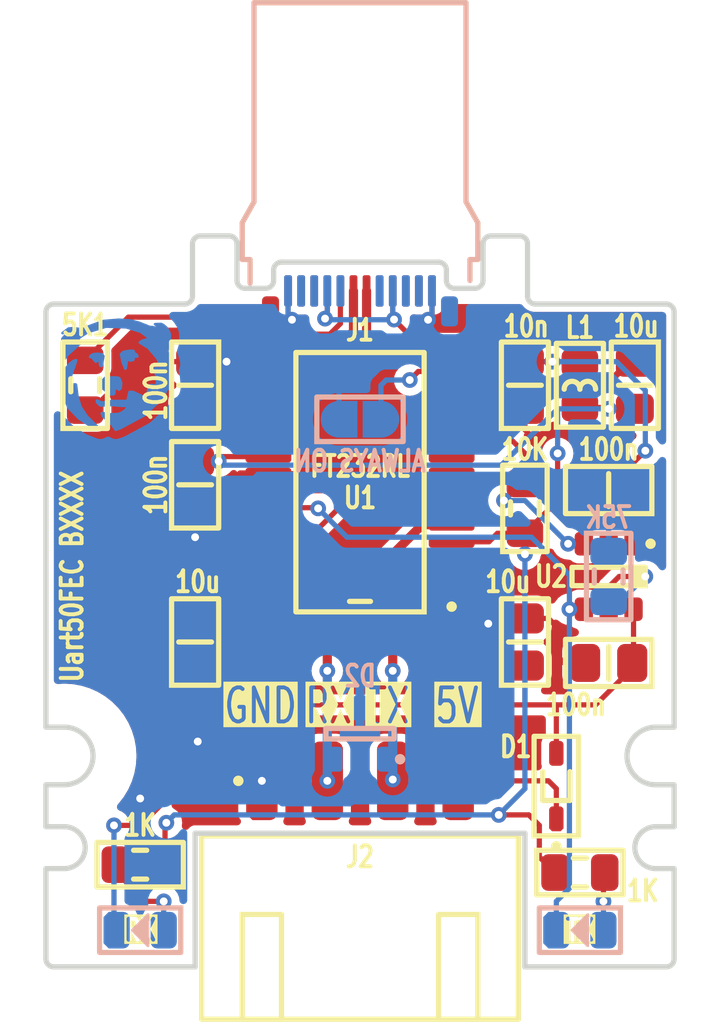
<source format=kicad_pcb>
(kicad_pcb (version 20240108) (generator "pcbnew") (generator_version "8.0")
  (layers (0 "F.Cu" signal) (31 "B.Cu" jumper) (34 "B.Paste" user) (35 "F.Paste" user) (36 "B.SilkS" user "B.Silkscreen") (37 "F.SilkS" user "F.Silkscreen") (38 "B.Mask" user) (39 "F.Mask" user) (44 "Edge.Cuts" user))
  (net 0 "")
  (net 1 "A_CC")
  (net 2 "TXD")
  (net 3 "5V")
  (net 4 "RXD")
  (net 5 "USB_DP")
  (net 6 "USB_DM")
  (net 7 "GND")
  (net 8 "LED_TXD'")
  (net 9 "LED_RXD'")
  (net 10 "PWREN#")
  (net 11 "LED_TX#")
  (net 12 "LED_RX#")
  (net 13 "ILIM")
  (net 14 "3V3_UART_USB")
  (net 15 "5V_USB")
  (net 16 "5V_OUT")
  (net 17 "5V_SWITCHED")
  (footprint "Medo64:R (0805)" (layer "F.Cu") (at 40.4 44.3)
    (property "Reference" "R2" (hide yes))
    (property "Value" "1K" (at 2.4 0.7 0) (layer "F.SilkS") (effects (font (size 0.8 0.6))))
    (pad "1" smd roundrect (at -0.95 0) (size 1.05 1.4) (layers "F.Cu" "F.Paste" "F.Mask") (net 3 "5V"))
    (pad "2" smd roundrect (at 0.95 0) (size 1.05 1.4) (layers "F.Cu" "F.Paste" "F.Mask") (net 8 "LED_TXD'"))
  )
  (footprint "Medo64:C (0805)" (layer "F.Cu") (at 41.5 29.7 180)
    (property "Reference" "C4" (hide yes))
    (property "Value" "100n" (at 0 1.55 180) (layer "F.SilkS") (effects (font (size 0.8 0.6) (thickness 0.15) (bold yes))))
    (pad "1" smd roundrect (at -0.9 0 180) (size 1.15 1.45) (layers "F.Cu" "F.Paste" "F.Mask") (net 15 "5V_USB"))
    (pad "2" smd roundrect (at 0.9 0 180) (size 1.15 1.45) (layers "F.Cu" "F.Paste" "F.Mask") (net 7 "GND"))
  )
  (footprint "Medo64:L (0805)" (layer "F.Cu") (at 40.4 25.7 90)
    (property "Reference" "L1" (at 2.2 0 180) (layer "F.SilkS") (effects (font (size 0.8 0.6))))
    (property "Value" "600R" (hide yes))
    (pad "1" smd roundrect (at -0.85 0 90) (size 1.05 1.4) (layers "F.Cu" "F.Paste" "F.Mask") (net 3 "5V"))
    (pad "2" smd roundrect (at 0.85 0 90) (size 1.05 1.4) (layers "F.Cu" "F.Paste" "F.Mask") (net 15 "5V_USB"))
  )
  (footprint "Medo64:J USB C 3.2 Edge (24w)" (layer "F.Cu") (at 32 22)
    (property "Reference" "J1" (at 0 1.6 0) (layer "F.SilkS") (effects (font (size 0.8 0.6))))
    (property "Value" "105444-0001" (hide yes))
    (pad "A1" smd roundrect (at -2.75 0.1) (size 0.3 1.2) (layers "F.Cu" "F.Paste" "F.Mask") (chamfer_ratio 0.2) (chamfer top_left bottom_left) (net 7 "GND"))
    (pad "A2" smd roundrect (at -2.25 0.1) (size 0.3 1.2) (layers "F.Cu" "F.Paste" "F.Mask"))
    (pad "A3" smd roundrect (at -1.75 0.1) (size 0.3 1.2) (layers "F.Cu" "F.Paste" "F.Mask"))
    (pad "A4" smd roundrect (at -1.25 0.1) (size 0.3 1.2) (layers "F.Cu" "F.Paste" "F.Mask") (net 15 "5V_USB"))
    (pad "A5" smd roundrect (at -0.75 0.1) (size 0.3 1.2) (layers "F.Cu" "F.Paste" "F.Mask") (net 1 "A_CC"))
    (pad "A6" smd roundrect (at -0.25 0.1) (size 0.3 1.2) (layers "F.Cu" "F.Paste" "F.Mask") (net 5 "USB_DP"))
    (pad "A7" smd roundrect (at 0.25 0.1) (size 0.3 1.2) (layers "F.Cu" "F.Paste" "F.Mask") (net 6 "USB_DM"))
    (pad "A8" smd roundrect (at 0.75 0.1) (size 0.3 1.2) (layers "F.Cu" "F.Paste" "F.Mask"))
    (pad "A9" smd roundrect (at 1.25 0.1) (size 0.3 1.2) (layers "F.Cu" "F.Paste" "F.Mask") (net 15 "5V_USB"))
    (pad "A10" smd roundrect (at 1.75 0.1) (size 0.3 1.2) (layers "F.Cu" "F.Paste" "F.Mask"))
    (pad "A11" smd roundrect (at 2.25 0.1) (size 0.3 1.2) (layers "F.Cu" "F.Paste" "F.Mask"))
    (pad "A12" smd roundrect (at 2.75 0.1) (size 0.3 1.2) (layers "F.Cu" "F.Paste" "F.Mask") (net 7 "GND"))
    (pad "B01" smd roundrect (at 2.75 0.1) (size 0.3 1.2) (layers "B.Cu" "B.Paste" "B.Mask") (chamfer_ratio 0.2) (chamfer top_right bottom_right) (net 7 "GND"))
    (pad "B02" smd roundrect (at 2.25 0.1) (size 0.3 1.2) (layers "B.Cu" "B.Paste" "B.Mask"))
    (pad "B03" smd roundrect (at 1.75 0.1) (size 0.3 1.2) (layers "B.Cu" "B.Paste" "B.Mask"))
    (pad "B04" smd roundrect (at 1.25 0.1) (size 0.3 1.2) (layers "B.Cu" "B.Paste" "B.Mask") (net 15 "5V_USB"))
    (pad "B05" smd roundrect (at 0.75 0.1) (size 0.3 1.2) (layers "B.Cu" "B.Paste" "B.Mask"))
    (pad "B08" smd roundrect (at -0.75 0.1) (size 0.3 1.2) (layers "B.Cu" "B.Paste" "B.Mask"))
    (pad "B09" smd roundrect (at -1.25 0.1) (size 0.3 1.2) (layers "B.Cu" "B.Paste" "B.Mask") (net 15 "5V_USB"))
    (pad "B10" smd roundrect (at -1.75 0.1) (size 0.3 1.2) (layers "B.Cu" "B.Paste" "B.Mask"))
    (pad "B11" smd roundrect (at -2.25 0.1) (size 0.3 1.2) (layers "B.Cu" "B.Paste" "B.Mask"))
    (pad "B12" smd roundrect (at -2.75 0.1) (size 0.3 1.2) (layers "B.Cu" "B.Paste" "B.Mask") (net 7 "GND"))
    (pad "S" smd roundrect (at -3.42 0.88) (size 0.65 1.15) (layers "F.Cu" "F.Paste" "F.Mask"))
    (pad "S" smd roundrect (at 3.42 0.88) (size 0.65 1.15) (layers "B.Cu" "B.Paste" "B.Mask"))
  )
  (footprint "Medo64:C (0805)" (layer "F.Cu") (at 38.3 25.7 90)
    (property "Reference" "C1" (hide yes))
    (property "Value" "10n" (at 2.25 0.05 180) (layer "F.SilkS") (effects (font (size 0.8 0.6) (thickness 0.15) (bold yes))))
    (pad "1" smd roundrect (at -0.9 0 90) (size 1.15 1.45) (layers "F.Cu" "F.Paste" "F.Mask") (net 7 "GND"))
    (pad "2" smd roundrect (at 0.9 0 90) (size 1.15 1.45) (layers "F.Cu" "F.Paste" "F.Mask") (net 15 "5V_USB"))
  )
  (footprint "Medo64:R (0805)" (layer "F.Cu") (at 38.3 30.4 90)
    (property "Reference" "R4" (hide yes))
    (property "Value" "10K" (at 2.25 0 0) (layer "F.SilkS") (effects (font (size 0.8 0.6))))
    (pad "1" smd roundrect (at -0.95 0 90) (size 1.05 1.4) (layers "F.Cu" "F.Paste" "F.Mask") (net 3 "5V"))
    (pad "2" smd roundrect (at 0.95 0 90) (size 1.05 1.4) (layers "F.Cu" "F.Paste" "F.Mask") (net 10 "PWREN#"))
  )
  (footprint "Medo64:C (0805)" (layer "F.Cu") (at 25.7 25.7 -90)
    (property "Reference" "C3" (hide yes))
    (property "Value" "100n" (at 0.2 1.5 90) (layer "F.SilkS") (effects (font (size 0.8 0.6) (thickness 0.15) (bold yes))))
    (pad "1" smd roundrect (at -0.9 0 270) (size 1.15 1.45) (layers "F.Cu" "F.Paste" "F.Mask") (net 7 "GND"))
    (pad "2" smd roundrect (at 0.9 0 270) (size 1.15 1.45) (layers "F.Cu" "F.Paste" "F.Mask") (net 14 "3V3_UART_USB"))
  )
  (footprint "Medo64:J JST XH Edge [UART] (4w)" (layer "F.Cu") (at 32 40.8)
    (property "Reference" "J2" (at 0 2.9 0) (layer "F.SilkS") (effects (font (size 0.8 0.6) (thickness 0.15) (bold yes))))
    (property "Value" "B4B-XH-A")
    (pad "1" smd roundrect (at -3.75 0) (size 1.2 3) (layers "F.Cu" "F.Paste" "F.Mask") (chamfer_ratio 0.2) (chamfer top_left bottom_left) (net 7 "GND"))
    (pad "2" smd roundrect (at -1.25 0) (size 1.2 3) (layers "F.Cu" "F.Paste" "F.Mask") (net 4 "RXD"))
    (pad "3" smd roundrect (at 1.25 0) (size 1.2 3) (layers "F.Cu" "F.Paste" "F.Mask") (net 2 "TXD"))
    (pad "4" smd roundrect (at 3.75 0) (size 1.2 3) (layers "F.Cu" "F.Paste" "F.Mask") (net 16 "5V_OUT"))
  )
  (footprint "Medo64:C (0805)" (layer "F.Cu") (at 25.7 35.5 90)
    (property "Reference" "C8" (hide yes))
    (property "Value" "10u" (at 2.3 0.1 0) (layer "F.SilkS") (effects (font (size 0.8 0.6) (thickness 0.15) (bold yes))))
    (pad "1" smd roundrect (at -0.9 0 90) (size 1.15 1.45) (layers "F.Cu" "F.Paste" "F.Mask") (net 17 "5V_SWITCHED"))
    (pad "2" smd roundrect (at 0.9 0 90) (size 1.15 1.45) (layers "F.Cu" "F.Paste" "F.Mask") (net 7 "GND"))
  )
  (footprint "Medo64:C (0805)" (layer "F.Cu") (at 25.7 29.5 90)
    (property "Reference" "C2" (hide yes))
    (property "Value" "100n" (at 0 -1.5 90) (layer "F.SilkS") (effects (font (size 0.8 0.6) (thickness 0.15) (bold yes))))
    (pad "1" smd roundrect (at -0.9 0 90) (size 1.15 1.45) (layers "F.Cu" "F.Paste" "F.Mask") (net 7 "GND"))
    (pad "2" smd roundrect (at 0.9 0 90) (size 1.15 1.45) (layers "F.Cu" "F.Paste" "F.Mask") (net 3 "5V"))
  )
  (footprint "Medo64:U Transceiver UART [FT232R] (SSOP-28)" (layer "F.Cu") (at 32 29.4 180)
    (property "Reference" "U1" (at 0 -0.6 180) (layer "F.SilkS") (effects (font (size 0.8 0.6))))
    (property "Value" "FT232RL" (at 0 0.6 0) (layer "F.SilkS") (effects (font (size 0.8 0.6))))
    (pad "1" smd roundrect (at -3.5 -4.225 180) (size 1.75 0.45) (layers "F.Cu" "F.Paste" "F.Mask") (chamfer_ratio 0.2) (chamfer top_left top_right) (net 2 "TXD"))
    (pad "2" smd roundrect (at -3.5 -3.575 180) (size 1.75 0.45) (layers "F.Cu" "F.Paste" "F.Mask"))
    (pad "3" smd roundrect (at -3.5 -2.925 180) (size 1.75 0.45) (layers "F.Cu" "F.Paste" "F.Mask"))
    (pad "4" smd roundrect (at -3.5 -2.275 180) (size 1.75 0.45) (layers "F.Cu" "F.Paste" "F.Mask") (net 3 "5V"))
    (pad "5" smd roundrect (at -3.5 -1.625 180) (size 1.75 0.45) (layers "F.Cu" "F.Paste" "F.Mask") (net 4 "RXD"))
    (pad "6" smd roundrect (at -3.5 -0.975 180) (size 1.75 0.45) (layers "F.Cu" "F.Paste" "F.Mask"))
    (pad "7" smd roundrect (at -3.5 -0.325 180) (size 1.75 0.45) (layers "F.Cu" "F.Paste" "F.Mask") (net 7 "GND"))
    (pad "8" smd roundrect (at -3.5 0.325 180) (size 1.75 0.45) (layers "F.Cu" "F.Paste" "F.Mask"))
    (pad "9" smd roundrect (at -3.5 0.975 180) (size 1.75 0.45) (layers "F.Cu" "F.Paste" "F.Mask"))
    (pad "10" smd roundrect (at -3.5 1.625 180) (size 1.75 0.45) (layers "F.Cu" "F.Paste" "F.Mask"))
    (pad "11" smd roundrect (at -3.5 2.275 180) (size 1.75 0.45) (layers "F.Cu" "F.Paste" "F.Mask"))
    (pad "12" smd roundrect (at -3.5 2.925 180) (size 1.75 0.45) (layers "F.Cu" "F.Paste" "F.Mask"))
    (pad "13" smd roundrect (at -3.5 3.575 180) (size 1.75 0.45) (layers "F.Cu" "F.Paste" "F.Mask"))
    (pad "14" smd roundrect (at -3.5 4.225 180) (size 1.75 0.45) (layers "F.Cu" "F.Paste" "F.Mask") (net 10 "PWREN#"))
    (pad "15" smd roundrect (at 3.5 4.225 180) (size 1.75 0.45) (layers "F.Cu" "F.Paste" "F.Mask") (net 5 "USB_DP"))
    (pad "16" smd roundrect (at 3.5 3.575 180) (size 1.75 0.45) (layers "F.Cu" "F.Paste" "F.Mask") (net 6 "USB_DM"))
    (pad "17" smd roundrect (at 3.5 2.925 180) (size 1.75 0.45) (layers "F.Cu" "F.Paste" "F.Mask") (net 14 "3V3_UART_USB"))
    (pad "18" smd roundrect (at 3.5 2.275 180) (size 1.75 0.45) (layers "F.Cu" "F.Paste" "F.Mask") (net 7 "GND"))
    (pad "19" smd roundrect (at 3.5 1.625 180) (size 1.75 0.45) (layers "F.Cu" "F.Paste" "F.Mask"))
    (pad "20" smd roundrect (at 3.5 0.975 180) (size 1.75 0.45) (layers "F.Cu" "F.Paste" "F.Mask") (net 3 "5V"))
    (pad "21" smd roundrect (at 3.5 0.325 180) (size 1.75 0.45) (layers "F.Cu" "F.Paste" "F.Mask") (net 7 "GND"))
    (pad "22" smd roundrect (at 3.5 -0.325 180) (size 1.75 0.45) (layers "F.Cu" "F.Paste" "F.Mask") (net 12 "LED_RX#"))
    (pad "23" smd roundrect (at 3.5 -0.975 180) (size 1.75 0.45) (layers "F.Cu" "F.Paste" "F.Mask") (net 11 "LED_TX#"))
    (pad "24" smd roundrect (at 3.5 -1.625 180) (size 1.75 0.45) (layers "F.Cu" "F.Paste" "F.Mask"))
    (pad "25" smd roundrect (at 3.5 -2.275 180) (size 1.75 0.45) (layers "F.Cu" "F.Paste" "F.Mask") (net 7 "GND"))
    (pad "26" smd roundrect (at 3.5 -2.925 180) (size 1.75 0.45) (layers "F.Cu" "F.Paste" "F.Mask") (net 7 "GND"))
    (pad "27" smd roundrect (at 3.5 -3.575 180) (size 1.75 0.45) (layers "F.Cu" "F.Paste" "F.Mask"))
    (pad "28" smd roundrect (at 3.5 -4.225 180) (size 1.75 0.45) (layers "F.Cu" "F.Paste" "F.Mask"))
  )
  (footprint "Medo64:D (SOD323)" (layer "F.Cu") (at 39.5 41 90)
    (property "Reference" "D1" (at 1.5 -1.55 0) (layer "F.SilkS") (effects (font (size 0.8 0.6) (thickness 0.15) (bold yes))))
    (property "Value" "CUS08F30" (hide yes))
    (pad "1" smd roundrect (at -1.25 0 90) (size 0.95 0.55) (layers "F.Cu" "F.Paste" "F.Mask") (chamfer_ratio 0.2) (chamfer top_left bottom_left) (net 16 "5V_OUT"))
    (pad "2" smd roundrect (at 1.25 0 90) (size 0.95 0.55) (layers "F.Cu" "F.Paste" "F.Mask") (net 17 "5V_SWITCHED"))
  )
  (footprint "Medo64:R (0805)" (layer "F.Cu") (at 21.5 25.7 90)
    (property "Reference" "R3" (hide yes))
    (property "Value" "5K1" (at 2.3 0 180) (layer "F.SilkS") (effects (font (size 0.8 0.6))))
    (pad "1" smd roundrect (at -0.95 0 90) (size 1.05 1.4) (layers "F.Cu" "F.Paste" "F.Mask") (net 7 "GND"))
    (pad "2" smd roundrect (at 0.95 0 90) (size 1.05 1.4) (layers "F.Cu" "F.Paste" "F.Mask") (net 1 "A_CC"))
  )
  (footprint "Medo64:C (0805)" (layer "F.Cu") (at 38.3 35.5 90)
    (property "Reference" "C7" (hide yes))
    (property "Value" "10u" (at 2.3 -0.65 0) (layer "F.SilkS") (effects (font (size 0.8 0.6) (thickness 0.15) (bold yes))))
    (pad "1" smd roundrect (at -0.9 0 90) (size 1.15 1.45) (layers "F.Cu" "F.Paste" "F.Mask") (net 17 "5V_SWITCHED"))
    (pad "2" smd roundrect (at 0.9 0 90) (size 1.15 1.45) (layers "F.Cu" "F.Paste" "F.Mask") (net 7 "GND"))
  )
  (footprint "Medo64:R (0805)" (layer "F.Cu") (at 23.6 44 180)
    (property "Reference" "R1" (hide yes))
    (property "Value" "1K" (at 0 1.5 0) (layer "F.SilkS") (effects (font (size 0.8 0.6))))
    (pad "1" smd roundrect (at -0.95 0 180) (size 1.05 1.4) (layers "F.Cu" "F.Paste" "F.Mask") (net 3 "5V"))
    (pad "2" smd roundrect (at 0.95 0 180) (size 1.05 1.4) (layers "F.Cu" "F.Paste" "F.Mask") (net 9 "LED_RXD'"))
  )
  (footprint "Medo64:C (0805)" (layer "F.Cu") (at 41.5 36.3 180)
    (property "Reference" "C5" (hide yes))
    (property "Value" "100n" (at 1.25 -1.6 180) (layer "F.SilkS") (effects (font (size 0.8 0.6) (thickness 0.15) (bold yes))))
    (pad "1" smd roundrect (at -0.9 0 180) (size 1.15 1.45) (layers "F.Cu" "F.Paste" "F.Mask") (net 17 "5V_SWITCHED"))
    (pad "2" smd roundrect (at 0.9 0 180) (size 1.15 1.45) (layers "F.Cu" "F.Paste" "F.Mask") (net 7 "GND"))
  )
  (footprint "Medo64:C (0805)" (layer "F.Cu") (at 42.5 25.7 -90)
    (property "Reference" "C6" (hide yes))
    (property "Value" "10u" (at -2.25 -0.05 180) (layer "F.SilkS") (effects (font (size 0.8 0.6) (thickness 0.15) (bold yes))))
    (pad "1" smd roundrect (at -0.9 0 270) (size 1.15 1.45) (layers "F.Cu" "F.Paste" "F.Mask") (net 7 "GND"))
    (pad "2" smd roundrect (at 0.9 0 270) (size 1.15 1.45) (layers "F.Cu" "F.Paste" "F.Mask") (net 3 "5V"))
  )
  (footprint "Medo64:U LoadSwitch Adjustable [AP22652W6-7] (SOT23-6)" (layer "F.Cu") (at 41.5 33 -90)
    (property "Reference" "U2" (at 0 2.2 0) (layer "F.SilkS") (effects (font (size 0.8 0.6))))
    (property "Value" "MIC2005A-1" (hide yes))
    (pad "1" smd roundrect (at -1.25 -0.95 270) (size 0.9 0.7) (layers "F.Cu" "F.Paste" "F.Mask") (chamfer_ratio 0.2) (chamfer top_left top_right) (net 15 "5V_USB"))
    (pad "2" smd roundrect (at -1.25 0 270) (size 0.9 0.7) (layers "F.Cu" "F.Paste" "F.Mask") (net 7 "GND"))
    (pad "3" smd roundrect (at -1.25 0.95 270) (size 0.9 0.7) (layers "F.Cu" "F.Paste" "F.Mask") (chamfer_ratio 0.2) (chamfer top_left top_right) (net 10 "PWREN#"))
    (pad "4" smd roundrect (at 1.25 0.95 270) (size 0.9 0.7) (layers "F.Cu" "F.Paste" "F.Mask") (net 11 "LED_TX#"))
    (pad "5" smd roundrect (at 1.25 0 270) (size 0.9 0.7) (layers "F.Cu" "F.Paste" "F.Mask") (net 13 "ILIM"))
    (pad "6" smd roundrect (at 1.25 -0.95 270) (size 0.9 0.7) (layers "F.Cu" "F.Paste" "F.Mask") (net 17 "5V_SWITCHED"))
  )
  (footprint "Medo64:D TVS 5V [SM05T1G] (SOT23-3)" (layer "B.Cu") (at 32 39 180)
    (property "Reference" "D2" (at 0 2.2 180) (layer "B.SilkS") (effects (font (size 0.8 0.6)) (justify mirror)))
    (property "Value" "SM05T1G" (hide yes))
    (pad "1" smd roundrect (at -0.95 -0.975 180) (size 0.56 0.95) (layers "B.Cu" "B.Paste" "B.Mask") (chamfer_ratio 0.2) (chamfer top_left bottom_left) (net 2 "TXD"))
    (pad "2" smd roundrect (at 0.95 -0.975 180) (size 0.56 0.95) (layers "B.Cu" "B.Paste" "B.Mask") (net 4 "RXD"))
    (pad "3" smd roundrect (at 0 0.975 180) (size 0.56 0.95) (layers "B.Cu" "B.Paste" "B.Mask") (net 7 "GND"))
  )
  (footprint "Medo64:DS (0805)" (layer "B.Cu") (at 40.4 46.5)
    (property "Reference" "DS2" (hide yes))
    (property "Value" "TX" (at 0 0 0) (layer "F.SilkS" knockout) (effects (font (size 0.8 0.6) (thickness 0.15) (bold yes))))
    (pad "1" smd roundrect (at -0.9 0) (size 1 1.4) (layers "B.Cu" "B.Paste" "B.Mask") (chamfer_ratio 0.2) (chamfer top_left bottom_left) (net 11 "LED_TX#"))
    (pad "2" smd roundrect (at 0.9 0) (size 1 1.4) (layers "B.Cu" "B.Paste" "B.Mask") (net 8 "LED_TXD'"))
  )
  (footprint "Medo64:ICON Medo64" (layer "B.Cu") (at 22.7 25.3 180)
    (property "Reference" "ICON" (hide yes))
    (property "Value" "Medo64" (hide yes))
    (fp_poly (pts (xy 0.569 0.353) (xy 0.506 0.707) (xy 0.554 0.778) (xy 0.719 0.8) (xy 0.885 0.786) (xy 0.979 0.733) (xy 1.012 0.682) (xy 0.902 0.659) (xy 0.892 0.612) (xy 0.793 0.5) (xy 0.659 0.583) (xy 0.647 0.581) (xy 0.632 0.391) (xy 0.622 0.353) (xy 0.592 0.334)) (stroke (width 0.1)) (fill solid) (layer "B.Cu"))
    (fp_poly (pts (xy -0.347 0.253) (xy -0.412 0.648) (xy -0.502 0.544) (xy -0.626 0.56) (xy -0.646 0.595) (xy -0.654 0.695) (xy -0.79 0.696) (xy -0.777 0.752) (xy -0.709 0.806) (xy -0.594 0.838) (xy -0.594 0.861) (xy -0.645 0.874) (xy -0.654 0.893) (xy -0.626 0.915) (xy -0.491 0.913) (xy -0.267 0.874) (xy -0.168 0.787) (xy -0.23 0.486) (xy -0.331 0.233) (xy -0.339 0.24)) (stroke (width 0.1)) (fill solid) (layer "B.Cu"))
    (fp_poly (pts (xy 0.115 -0.742) (xy 0.0899 -0.706) (xy 0.0781 -0.566) (xy 0.0622 -0.52) (xy 0.00798 -0.502) (xy -0.097 -0.566) (xy -0.155 -0.508) (xy -0.174 -0.31) (xy -0.101 -0.133) (xy -0.0361 -0.108) (xy 0.168 -0.103) (xy 0.347 -0.109) (xy 0.44 -0.12) (xy 0.515 -0.205) (xy 0.54 -0.36) (xy 0.533 -0.466) (xy 0.5 -0.535) (xy 0.431 -0.596) (xy 0.384 -0.562) (xy 0.365 -0.53) (xy 0.342 -0.512) (xy 0.286 -0.53) (xy 0.257 -0.652) (xy 0.212 -0.749)) (stroke (width 0.1)) (fill solid) (layer "B.Cu"))
    (fp_poly (pts (xy 1.137 -1.588) (xy 1.377 -1.227) (xy 1.493 -0.853) (xy 1.544 -0.455) (xy 1.551 -0.378) (xy 1.595 -0.367) (xy 1.649 -0.379) (xy 1.781 -0.45) (xy 1.801 -0.39) (xy 1.761 -0.0848) (xy 1.586 0.417) (xy 1.555 0.511) (xy 1.55 0.558) (xy 1.648 0.527) (xy 1.79 0.423) (xy 1.958 0.207) (xy 2.045 -0.013) (xy 2.05 -0.076) (xy 1.964 -0.0819) (xy 1.999 -0.548) (xy 1.973 -0.89) (xy 1.846 -1.245) (xy 1.444 -1.662) (xy 1.007 -1.949) (xy 0.62 -2.1)) (stroke (width 0.1)) (fill solid) (layer "B.Cu"))
    (fp_poly (pts (xy -0.162 -2.027) (xy -1.067 -1.539) (xy -1.715 -0.923) (xy -1.847 -0.71) (xy -1.921 -0.519) (xy -2.079 -0.567) (xy -2.095 -0.469) (xy -2.062 -0.0937) (xy -1.952 0.314) (xy -1.982 0.367) (xy -2.06 0.354) (xy -2.077 0.422) (xy -1.93 0.912) (xy -2.032 1.227) (xy -2.034 1.544) (xy -1.998 1.647) (xy -1.903 1.796) (xy -1.782 1.9) (xy -1.695 1.941) (xy -1.468 1.93) (xy -1.663 1.801) (xy -1.722 1.753) (xy -1.784 1.659) (xy -1.735 1.66) (xy -1.576 1.778) (xy -1.371 1.817) (xy -1.254 1.827) (xy -1.134 1.877) (xy -0.852 1.987) (xy -0.528 2.073) (xy -0.0731 2.1) (xy 0.509 2.05) (xy 1.073 1.842) (xy 1.317 1.73) (xy 1.649 1.779) (xy 1.837 1.763) (xy 2.065 1.59) (xy 1.802 1.633) (xy 1.67 1.615) (xy 1.959 1.505) (xy 2.067 1.378) (xy 2.085 1.212) (xy 2.009 0.915) (xy 2.099 0.563) (xy 2.055 0.501) (xy 1.891 0.746) (xy 1.396 1.198) (xy 1.522 1.254) (xy 1.413 1.428) (xy 1.101 1.627) (xy 0.403 1.839) (xy -0.366 1.813) (xy -0.919 1.642) (xy -1.209 1.43) (xy -1.227 1.366) (xy -0.981 1.3) (xy -0.886 1.23) (xy -1.21 1.035) (xy -1.558 0.628) (xy -1.682 0.293) (xy -1.663 0.238) (xy -1.492 0.262) (xy -1.468 0.242) (xy -1.547 -0.268) (xy -1.529 -0.375) (xy -1.464 -0.408) (xy -1.339 -0.39) (xy -1.231 -0.419) (xy -1.16 -0.905) (xy -0.625 -0.656) (xy -0.494 -0.655) (xy -0.414 -1.002) (xy 0.18 -1.002) (xy 0.561 -1.064) (xy 0.751 -0.985) (xy 0.746 -1.053) (xy 0.624 -1.17) (xy 0.142 -1.154) (xy -0.23 -1.188) (xy -0.449 -1.178) (xy -0.342 -1.347) (xy -0.189 -1.45) (xy -0.0588 -1.5) (xy 0.291 -1.511) (xy 0.537 -1.463) (xy 0.568 -1.475) (xy 0.523 -1.584) (xy 0.188 -1.888) (xy 0.0332 -2.1)) (stroke (width 0.1)) (fill solid) (layer "B.Cu"))
  )
  (footprint "Medo64:DS (0805)" (layer "B.Cu") (at 23.6 46.5)
    (property "Reference" "DS1" (hide yes))
    (property "Value" "RX" (at 0 0 0) (layer "F.SilkS" knockout) (effects (font (size 0.8 0.6) (thickness 0.15) (bold yes))))
    (pad "1" smd roundrect (at -0.9 0) (size 1 1.4) (layers "B.Cu" "B.Paste" "B.Mask") (chamfer_ratio 0.2) (chamfer top_left bottom_left) (net 12 "LED_RX#"))
    (pad "2" smd roundrect (at 0.9 0) (size 1 1.4) (layers "B.Cu" "B.Paste" "B.Mask") (net 9 "LED_RXD'"))
  )
  (footprint "Medo64:JP (0805)" (layer "B.Cu") (at 32 27 180)
    (property "Reference" "JP1" (hide yes))
    (property "Value" "ALWAYS ON" (at 0 -1.6 180) (layer "B.SilkS") (effects (font (size 0.8 0.6) (thickness 0.15) (bold yes)) (justify mirror)))
    (pad "1" smd roundrect (at -0.8 0 180) (size 1.4 1.4) (layers "B.Cu" "B.Mask") (roundrect_rratio 0.5) (chamfer_ratio 0) (chamfer top_right bottom_right) (net 10 "PWREN#"))
    (pad "2" smd roundrect (at 0.8 0 180) (size 1.4 1.4) (layers "B.Cu" "B.Mask") (roundrect_rratio 0.5) (chamfer_ratio 0) (chamfer top_left bottom_left) (net 7 "GND"))
  )
  (footprint "Medo64:R (0805)" (layer "B.Cu") (at 41.5 33 90)
    (property "Reference" "R5" (hide yes))
    (property "Value" "75K" (at 2.25 0 0) (layer "B.SilkS") (effects (font (size 0.8 0.6)) (justify mirror)))
    (pad "1" smd roundrect (at -0.95 0 90) (size 1.05 1.4) (layers "B.Cu" "B.Paste" "B.Mask") (net 13 "ILIM"))
    (pad "2" smd roundrect (at 0.95 0 90) (size 1.05 1.4) (layers "B.Cu" "B.Paste" "B.Mask") (net 7 "GND"))
  )
  (gr_line (start 38.4 20.3) (end 38.4 22.3) (stroke (width 0.2)) (layer "Edge.Cuts"))
  (gr_arc (start 25.6 22.3) (mid 25.512132 22.512132) (end 25.3 22.6) (stroke (width 0.2)) (layer "Edge.Cuts"))
  (gr_arc (start 43.3 40.95) (mid 42.2 39.85) (end 43.3 38.75) (stroke (width 0.2)) (layer "Edge.Cuts"))
  (gr_line (start 38.3 47.9) (end 43.7 47.9) (stroke (width 0.2)) (layer "Edge.Cuts"))
  (gr_line (start 20.7 40.95) (end 20 40.95) (stroke (width 0.2)) (layer "Edge.Cuts"))
  (gr_line (start 43.3 40.95) (end 44 40.95) (stroke (width 0.2)) (layer "Edge.Cuts"))
  (gr_line (start 44 44.15) (end 43.3 44.15) (stroke (width 0.2)) (layer "Edge.Cuts"))
  (gr_arc (start 35 21) (mid 35.212132 21.087868) (end 35.3 21.3) (stroke (width 0.2)) (layer "Edge.Cuts"))
  (gr_arc (start 28.7 21.3) (mid 28.787868 21.087868) (end 29 21) (stroke (width 0.2)) (layer "Edge.Cuts"))
  (gr_line (start 38.1 20) (end 37 20) (stroke (width 0.2)) (layer "Edge.Cuts"))
  (gr_arc (start 28.7 21.7) (mid 28.612132 21.912132) (end 28.4 22) (stroke (width 0.2)) (layer "Edge.Cuts"))
  (gr_arc (start 27 20) (mid 27.212132 20.087868) (end 27.3 20.3) (stroke (width 0.2)) (layer "Edge.Cuts"))
  (gr_arc (start 43.7 22.6) (mid 43.912132 22.687868) (end 44 22.9) (stroke (width 0.2)) (layer "Edge.Cuts"))
  (gr_line (start 20 44.15) (end 20 47.6) (stroke (width 0.2)) (layer "Edge.Cuts"))
  (gr_line (start 20 38.75) (end 20.7 38.75) (stroke (width 0.2)) (layer "Edge.Cuts"))
  (gr_line (start 44 42.55) (end 43.3 42.55) (stroke (width 0.2)) (layer "Edge.Cuts"))
  (gr_arc (start 38.7 22.6) (mid 38.487868 22.512132) (end 38.4 22.3) (stroke (width 0.2)) (layer "Edge.Cuts"))
  (gr_line (start 44 42.55) (end 44 40.95) (stroke (width 0.2)) (layer "Edge.Cuts"))
  (gr_line (start 28.4 22) (end 27.6 22) (stroke (width 0.2)) (layer "Edge.Cuts"))
  (gr_line (start 43.7 22.6) (end 38.7 22.6) (stroke (width 0.2)) (layer "Edge.Cuts"))
  (gr_line (start 20.3 22.6) (end 25.3 22.6) (stroke (width 0.2)) (layer "Edge.Cuts"))
  (gr_arc (start 38.1 20) (mid 38.312132 20.087868) (end 38.4 20.3) (stroke (width 0.2)) (layer "Edge.Cuts"))
  (gr_arc (start 35.6 22) (mid 35.387868 21.912132) (end 35.3 21.7) (stroke (width 0.2)) (layer "Edge.Cuts"))
  (gr_line (start 35.3 21.7) (end 35.3 21.3) (stroke (width 0.2)) (layer "Edge.Cuts"))
  (gr_line (start 27.3 20.3) (end 27.3 21.7) (stroke (width 0.2)) (layer "Edge.Cuts"))
  (gr_arc (start 20 22.9) (mid 20.087868 22.687868) (end 20.3 22.6) (stroke (width 0.2)) (layer "Edge.Cuts"))
  (gr_arc (start 36.7 20.3) (mid 36.787868 20.087868) (end 37 20) (stroke (width 0.2)) (layer "Edge.Cuts"))
  (gr_arc (start 20.7 42.55) (mid 21.5 43.35) (end 20.7 44.15) (stroke (width 0.2)) (layer "Edge.Cuts"))
  (gr_arc (start 27.6 22) (mid 27.387868 21.912132) (end 27.3 21.7) (stroke (width 0.2)) (layer "Edge.Cuts"))
  (gr_line (start 36.7 20.3) (end 36.7 21.7) (stroke (width 0.2)) (layer "Edge.Cuts"))
  (gr_arc (start 44 47.6) (mid 43.912132 47.812132) (end 43.7 47.9) (stroke (width 0.2)) (layer "Edge.Cuts"))
  (gr_line (start 36.4 22) (end 35.6 22) (stroke (width 0.2)) (layer "Edge.Cuts"))
  (gr_line (start 44 22.9) (end 44 38.75) (stroke (width 0.2)) (layer "Edge.Cuts"))
  (gr_line (start 43.3 38.75) (end 44 38.75) (stroke (width 0.2)) (layer "Edge.Cuts"))
  (gr_line (start 28.7 21.7) (end 28.7 21.3) (stroke (width 0.2)) (layer "Edge.Cuts"))
  (gr_arc (start 20.7 38.75) (mid 21.8 39.85) (end 20.7 40.95) (stroke (width 0.2)) (layer "Edge.Cuts"))
  (gr_arc (start 43.3 44.15) (mid 42.5 43.35) (end 43.3 42.55) (stroke (width 0.2)) (layer "Edge.Cuts"))
  (gr_line (start 25.9 20) (end 27 20) (stroke (width 0.2)) (layer "Edge.Cuts"))
  (gr_line (start 25.6 20.3) (end 25.6 22.3) (stroke (width 0.2)) (layer "Edge.Cuts"))
  (gr_line (start 44 44.15) (end 44 47.6) (stroke (width 0.2)) (layer "Edge.Cuts"))
  (gr_line (start 20 22.9) (end 20 38.75) (stroke (width 0.2)) (layer "Edge.Cuts"))
  (gr_line (start 20.7 44.15) (end 20 44.15) (stroke (width 0.2)) (layer "Edge.Cuts"))
  (gr_line (start 38.3 42.8) (end 25.7 42.8) (stroke (width 0.2)) (layer "Edge.Cuts"))
  (gr_arc (start 25.6 20.3) (mid 25.687868 20.087868) (end 25.9 20) (stroke (width 0.2)) (layer "Edge.Cuts"))
  (gr_arc (start 36.7 21.7) (mid 36.612132 21.912132) (end 36.4 22) (stroke (width 0.2)) (layer "Edge.Cuts"))
  (gr_line (start 29 21) (end 35 21) (stroke (width 0.2)) (layer "Edge.Cuts"))
  (gr_line (start 25.7 47.9) (end 25.7 42.8) (stroke (width 0.2)) (layer "Edge.Cuts"))
  (gr_line (start 20.7 42.55) (end 20 42.55) (stroke (width 0.2)) (layer "Edge.Cuts"))
  (gr_line (start 20 42.55) (end 20 40.95) (stroke (width 0.2)) (layer "Edge.Cuts"))
  (gr_line (start 20.3 47.9) (end 25.7 47.9) (stroke (width 0.2)) (layer "Edge.Cuts"))
  (gr_line (start 38.3 47.9) (end 38.3 42.8) (stroke (width 0.2)) (layer "Edge.Cuts"))
  (gr_arc (start 20.3 47.9) (mid 20.087868 47.812132) (end 20 47.6) (stroke (width 0.2)) (layer "Edge.Cuts"))
  (gr_text "RX" (at 30.8 38.7 0) (layer "F.SilkS" knockout) (effects (font (size 1.3 0.9) (thickness 0.15) (bold yes)) (justify bottom)))
  (gr_text "GND" (at 28.2 38.7 0) (layer "F.SilkS" knockout) (effects (font (size 1.3 0.9) (thickness 0.15) (bold yes)) (justify bottom)))
  (gr_text "TX" (at 33.1 38.7 0) (layer "F.SilkS" knockout) (effects (font (size 1.3 0.9) (thickness 0.15) (bold yes)) (justify bottom)))
  (gr_text "Uart50FEC BXXXX" (at 21 33 90) (layer "F.SilkS") (effects (font (size 0.8 0.6) (thickness 0.15) (bold yes))))
  (gr_text "5V" (at 35.7 38.7 0) (layer "F.SilkS" knockout) (effects (font (size 1.3 0.9) (thickness 0.15) (bold yes)) (justify bottom)))
  (segment (start 31.25 22.1) (end 31.25 23.34792) (width 0.2) (layer "F.Cu") (net 1))
  (segment (start 23.15 23.1) (end 21.5 24.75) (width 0.2) (layer "F.Cu") (net 1))
  (segment (start 27.623959 23.1) (end 23.15 23.1) (width 0.2) (layer "F.Cu") (net 1))
  (segment (start 31.25 23.34792) (end 30.84792 23.75) (width 0.2) (layer "F.Cu") (net 1))
  (segment (start 28.273959 23.75) (end 27.623959 23.1) (width 0.2) (layer "F.Cu") (net 1))
  (segment (start 30.84792 23.75) (end 28.273959 23.75) (width 0.2) (layer "F.Cu") (net 1))
  (segment (start 34.225 33.625) (end 33.25 34.6) (width 0.35) (layer "F.Cu") (net 2))
  (segment (start 35.5 33.625) (end 34.225 33.625) (width 0.35) (layer "F.Cu") (net 2))
  (segment (start 33.25 34.6) (end 33.25 36.6) (width 0.35) (layer "F.Cu") (net 2))
  (via (at 33.25 36.6) (size 0.6) (drill 0.3) (layers "F.Cu" "B.Cu") (net 2))
  (via (at 33.25 40.75) (size 0.6) (drill 0.3) (layers "F.Cu" "B.Cu") (net 2))
  (segment (start 33.25 39.95) (end 33.25 36.65) (width 0.35) (layer "B.Cu") (net 2))
  (segment (start 33.25 36.65) (end 33.2 36.6) (width 0.35) (layer "B.Cu") (net 2))
  (segment (start 33.25 39.95) (end 32.975 39.95) (width 0.35) (layer "B.Cu") (net 2))
  (segment (start 33.25 39.95) (end 33.25 40.75) (width 0.35) (layer "B.Cu") (net 2))
  (segment (start 38.85 43.7) (end 38.85 42.5) (width 0.2) (layer "F.Cu") (net 3))
  (segment (start 24.55 44) (end 24.55 42.449998) (width 0.2) (layer "F.Cu") (net 3))
  (segment (start 37.25 31.35) (end 38.3 31.35) (width 0.2) (layer "F.Cu") (net 3))
  (segment (start 36.925 31.675) (end 37.25 31.35) (width 0.2) (layer "F.Cu") (net 3))
  (segment (start 40.4 26.55) (end 41.449994 26.55) (width 0.2) (layer "F.Cu") (net 3))
  (segment (start 25.7 28.6) (end 26.599996 28.6) (width 0.2) (layer "F.Cu") (net 3))
  (segment (start 39.55 30.1) (end 39.55 28.300004) (width 0.2) (layer "F.Cu") (net 3))
  (segment (start 38.85 42.5) (end 38.45 42.1) (width 0.2) (layer "F.Cu") (net 3))
  (segment (start 26.774996 28.425) (end 26.599996 28.6) (width 0.2) (layer "F.Cu") (net 3))
  (segment (start 24.55 42.449998) (end 24.599998 42.4) (width 0.2) (layer "F.Cu") (net 3))
  (segment (start 35.5 31.675) (end 36.925 31.675) (width 0.2) (layer "F.Cu") (net 3))
  (segment (start 38.45 42.1) (end 37.3 42.1) (width 0.2) (layer "F.Cu") (net 3))
  (segment (start 38.3 31.35) (end 38.3 32.15) (width 0.2) (layer "F.Cu") (net 3))
  (segment (start 42.5 26.6) (end 41.499994 26.6) (width 0.2) (layer "F.Cu") (net 3))
  (segment (start 39.2 44.05) (end 38.85 43.7) (width 0.2) (layer "F.Cu") (net 3))
  (segment (start 28.5 28.425) (end 26.774996 28.425) (width 0.2) (layer "F.Cu") (net 3))
  (segment (start 38.3 31.35) (end 39.55 30.1) (width 0.2) (layer "F.Cu") (net 3))
  (segment (start 41.449994 26.55) (end 41.499994 26.6) (width 0.2) (layer "F.Cu") (net 3))
  (via (at 26.599996 28.6) (size 0.6) (drill 0.3) (layers "F.Cu" "B.Cu") (net 3))
  (via (at 41.499994 26.6) (size 0.6) (drill 0.3) (layers "F.Cu" "B.Cu") (net 3))
  (via (at 24.599998 42.4) (size 0.6) (drill 0.3) (layers "F.Cu" "B.Cu") (net 3))
  (via (at 37.3 42.1) (size 0.6) (drill 0.3) (layers "F.Cu" "B.Cu") (net 3))
  (via (at 39.55 28.300004) (size 0.6) (drill 0.3) (layers "F.Cu" "B.Cu") (net 3))
  (via (at 38.3 32.15) (size 0.6) (drill 0.3) (layers "F.Cu" "B.Cu") (net 3))
  (segment (start 38.3 41.1) (end 37.3 42.1) (width 0.2) (layer "B.Cu") (net 3))
  (segment (start 37.4 28.75) (end 26.8 28.75) (width 0.2) (layer "B.Cu") (net 3))
  (segment (start 26.8 28.75) (end 26.65 28.6) (width 0.2) (layer "B.Cu") (net 3))
  (segment (start 39.55 26.6) (end 41.499994 26.6) (width 0.2) (layer "B.Cu") (net 3))
  (segment (start 39.55 26.6) (end 37.4 28.75) (width 0.2) (layer "B.Cu") (net 3))
  (segment (start 24.899998 42.1) (end 37.3 42.1) (width 0.2) (layer "B.Cu") (net 3))
  (segment (start 39.55 26.6) (end 39.55 28.300004) (width 0.2) (layer "B.Cu") (net 3))
  (segment (start 38.3 32.15) (end 38.3 41.1) (width 0.2) (layer "B.Cu") (net 3))
  (segment (start 24.599998 42.4) (end 24.899998 42.1) (width 0.2) (layer "B.Cu") (net 3))
  (segment (start 26.65 28.6) (end 26.599996 28.6) (width 0.2) (layer "B.Cu") (net 3))
  (segment (start 35.5 31.025) (end 34.375 31.025) (width 0.35) (layer "F.Cu") (net 4))
  (segment (start 34.375 31.025) (end 30.75004 34.64996) (width 0.35) (layer "F.Cu") (net 4))
  (segment (start 30.75004 34.64996) (end 30.75004 36.6) (width 0.35) (layer "F.Cu") (net 4))
  (via (at 30.75004 36.6) (size 0.6) (drill 0.3) (layers "F.Cu" "B.Cu") (net 4))
  (via (at 30.75002 40.79999) (size 0.6) (drill 0.3) (layers "F.Cu" "B.Cu") (net 4))
  (segment (start 30.75002 36.60002) (end 30.75004 36.6) (width 0.35) (layer "B.Cu") (net 4))
  (segment (start 30.75002 40.79999) (end 30.75002 36.60002) (width 0.35) (layer "B.Cu") (net 4))
  (segment (start 30.22448 25.175) (end 31.75 23.64948) (width 0.35) (layer "F.Cu") (net 5))
  (segment (start 31.75 23.64948) (end 31.75 22.1) (width 0.35) (layer "F.Cu") (net 5))
  (segment (start 28.5 25.175) (end 30.22448 25.175) (width 0.35) (layer "F.Cu") (net 5))
  (segment (start 30.281587 25.825) (end 28.5 25.825) (width 0.35) (layer "F.Cu") (net 6))
  (segment (start 32.25 22.1) (end 32.25 23.856587) (width 0.35) (layer "F.Cu") (net 6))
  (segment (start 32.25 23.856587) (end 30.281587 25.825) (width 0.35) (layer "F.Cu") (net 6))
  (segment (start 33.1 29.025) (end 33.1 24.9) (width 0.2) (layer "F.Cu") (net 7))
  (segment (start 27.125 32.325) (end 27 32.2) (width 0.25) (layer "F.Cu") (net 7))
  (segment (start 38.7 33) (end 41.2 33) (width 0.2) (layer "F.Cu") (net 7))
  (segment (start 38.3 33.4) (end 38.7 33) (width 0.2) (layer "F.Cu") (net 7))
  (segment (start 27 30.4) (end 27 29.5) (width 0.25) (layer "F.Cu") (net 7))
  (segment (start 34.75 22.1) (end 34.75 23.05) (width 0.2) (layer "F.Cu") (net 7))
  (segment (start 25.7 34.6) (end 25.7 31.5) (width 0.2) (layer "F.Cu") (net 7))
  (segment (start 27.075 31.675) (end 27 31.6) (width 0.25) (layer "F.Cu") (net 7))
  (segment (start 40.6 36.3) (end 39.8 36.3) (width 0.2) (layer "F.Cu") (net 7))
  (segment (start 40.6 29.7) (end 40.6 28.1) (width 0.2) (layer "F.Cu") (net 7))
  (segment (start 28.525 29.1) (end 29.925 29.1) (width 0.25) (layer "F.Cu") (net 7))
  (segment (start 39.8 36.3) (end 39.5 36) (width 0.2) (layer "F.Cu") (net 7))
  (segment (start 25.7 30.4) (end 27 30.4) (width 0.25) (layer "F.Cu") (net 7))
  (segment (start 26.9 24.8) (end 25.7 24.8) (width 0.2) (layer "F.Cu") (net 7))
  (segment (start 39.2 25.7) (end 38.3 26.6) (width 0.25) (layer "F.Cu") (net 7))
  (segment (start 27.425 29.075) (end 28.5 29.075) (width 0.25) (layer "F.Cu") (net 7))
  (segment (start 30 27.4) (end 30 29.025) (width 0.25) (layer "F.Cu") (net 7))
  (segment (start 38.3 27.4) (end 38.3 26.6) (width 0.2) (layer "F.Cu") (net 7))
  (segment (start 34.9 23.5) (end 41.2 23.5) (width 0.25) (layer "F.Cu") (net 7))
  (segment (start 25.7 31.5) (end 25.7 30.4) (width 0.25) (layer "F.Cu") (net 7))
  (segment (start 38.3 34.6) (end 38.3 33.4) (width 0.2) (layer "F.Cu") (net 7))
  (segment (start 29.925 29.1) (end 33 29.1) (width 0.25) (layer "F.Cu") (net 7))
  (segment (start 34.75 22.95697) (end 34.75 22.1) (width 0.2) (layer "F.Cu") (net 7))
  (segment (start 27 32.2) (end 27 31.6) (width 0.25) (layer "F.Cu") (net 7))
  (segment (start 28.5 31.675) (end 27.075 31.675) (width 0.25) (layer "F.Cu") (net 7))
  (segment (start 41.2 23.5) (end 42.5 24.8) (width 0.25) (layer "F.Cu") (net 7))
  (segment (start 36.95 24.6) (end 37.15 24.8) (width 0.2) (layer "F.Cu") (net 7))
  (segment (start 42.3 24.8) (end 41.4 25.7) (width 0.25) (layer "F.Cu") (net 7))
  (segment (start 41.5 32.7) (end 41.5 31.75) (width 0.2) (layer "F.Cu") (net 7))
  (segment (start 33.8 29.725) (end 33.1 29.025) (width 0.2) (layer "F.Cu") (net 7))
  (segment (start 35.5 29.725) (end 33.8 29.725) (width 0.2) (layer "F.Cu") (net 7))
  (segment (start 41.5 30.6) (end 40.6 29.7) (width 0.2) (layer "F.Cu") (net 7))
  (segment (start 29.25 23.05) (end 29.4 23.2) (width 0.2) (layer "F.Cu") (net 7))
  (segment (start 33.4 24.6) (end 36.95 24.6) (width 0.2) (layer "F.Cu") (net 7))
  (segment (start 37.15 24.8) (end 37.15 25.55) (width 0.2) (layer "F.Cu") (net 7))
  (segment (start 30 29.025) (end 29.925 29.1) (width 0.25) (layer "F.Cu") (net 7))
  (segment (start 29.725 27.125) (end 30 27.4) (width 0.25) (layer "F.Cu") (net 7))
  (segment (start 27 29.5) (end 27.425 29.075) (width 0.25) (layer "F.Cu") (net 7))
  (segment (start 33.1 24.9) (end 33.4 24.6) (width 0.2) (layer "F.Cu") (net 7))
  (segment (start 34.75 23.05) (end 34.6 23.2) (width 0.2) (layer "F.Cu") (net 7))
  (segment (start 23.6 24.8) (end 25.7 24.8) (width 0.2) (layer "F.Cu") (net 7))
  (segment (start 34.6 23.2) (end 34.9 23.5) (width 0.25) (layer "F.Cu") (net 7))
  (segment (start 29.25 22.1) (end 29.25 23.05) (width 0.2) (layer "F.Cu") (net 7))
  (segment (start 34.50697 23.2) (end 34.75 22.95697) (width 0.2) (layer "F.Cu") (net 7))
  (segment (start 27 30.4) (end 27 31.6) (width 0.25) (layer "F.Cu") (net 7))
  (segment (start 39.2 34.6) (end 38.3 34.6) (width 0.2) (layer "F.Cu") (net 7))
  (segment (start 39.5 36) (end 39.5 34.9) (width 0.2) (layer "F.Cu") (net 7))
  (segment (start 41.5 31.75) (end 41.5 30.6) (width 0.2) (layer "F.Cu") (net 7))
  (segment (start 28.6 27.125) (end 29.725 27.125) (width 0.25) (layer "F.Cu") (net 7))
  (segment (start 21.75 26.65) (end 23.6 24.8) (width 0.2) (layer "F.Cu") (net 7))
  (segment (start 41.4 25.7) (end 39.2 25.7) (width 0.25) (layer "F.Cu") (net 7))
  (segment (start 41.2 33) (end 41.5 32.7) (width 0.2) (layer "F.Cu") (net 7))
  (segment (start 36.9 34.8) (end 38.1 34.8) (width 0.35) (layer "F.Cu") (net 7))
  (segment (start 39.5 34.9) (end 39.2 34.6) (width 0.2) (layer "F.Cu") (net 7))
  (segment (start 40.6 28.1) (end 40.1 27.6) (width 0.2) (layer "F.Cu") (net 7))
  (segment (start 40.1 27.6) (end 38.5 27.6) (width 0.2) (layer "F.Cu") (net 7))
  (segment (start 37.15 25.55) (end 38.2 26.6) (width 0.2) (layer "F.Cu") (net 7))
  (segment (start 28.5 32.325) (end 27.125 32.325) (width 0.25) (layer "F.Cu") (net 7))
  (segment (start 38.5 27.6) (end 38.3 27.4) (width 0.2) (layer "F.Cu") (net 7))
  (via (at 25.7 31.5) (size 0.6) (drill 0.3) (layers "F.Cu" "B.Cu") (net 7))
  (via (at 25.8 39.3) (size 0.6) (drill 0.3) (layers "F.Cu" "B.Cu") (net 7))
  (via (at 36.9 34.8) (size 0.6) (drill 0.3) (layers "F.Cu" "B.Cu") (net 7))
  (via (at 29.4 23.2) (size 0.6) (drill 0.3) (layers "F.Cu" "B.Cu") (net 7))
  (via (at 34.6 23.2) (size 0.6) (drill 0.3) (layers "F.Cu" "B.Cu") (net 7))
  (via (at 23.6 41.474017) (size 0.6) (drill 0.3) (layers "F.Cu" "B.Cu") (net 7))
  (via (at 28.249996 40.8) (size 0.6) (drill 0.3) (layers "F.Cu" "B.Cu") (net 7))
  (via (at 26.9 24.8) (size 0.6) (drill 0.3) (layers "F.Cu" "B.Cu") (net 7))
  (segment (start 31.2 27) (end 31.2 23.9) (width 0.2) (layer "B.Cu") (net 7))
  (segment (start 41.2 29.1) (end 28.1 29.1) (width 0.2) (layer "B.Cu") (net 7))
  (segment (start 27.8 23.9) (end 26.9 24.8) (width 0.35) (layer "B.Cu") (net 7))
  (segment (start 28.1 29.1) (end 25.7 31.5) (width 0.2) (layer "B.Cu") (net 7))
  (segment (start 25.7 26) (end 26.9 24.8) (width 0.35) (layer "B.Cu") (net 7))
  (segment (start 41.5 32.05) (end 41.5 29.4) (width 0.2) (layer "B.Cu") (net 7))
  (segment (start 25.7 35.8) (end 30.725 35.8) (width 0.35) (layer "B.Cu") (net 7))
  (segment (start 29.4 23.2) (end 29.4 23.9) (width 0.35) (layer "B.Cu") (net 7))
  (segment (start 29.4 23.9) (end 31.2 23.9) (width 0.35) (layer "B.Cu") (net 7))
  (segment (start 34.75 22.1) (end 34.75 23.05) (width 0.2) (layer "B.Cu") (net 7))
  (segment (start 30.725 35.8) (end 32 35.8) (width 0.35) (layer "B.Cu") (net 7))
  (segment (start 30.725 35.8) (end 34.05 35.8) (width 0.35) (layer "B.Cu") (net 7))
  (segment (start 32 41.2) (end 31.6 41.6) (width 0.35) (layer "B.Cu") (net 7))
  (segment (start 32 38.025) (end 32 41.2) (width 0.35) (layer "B.Cu") (net 7))
  (segment (start 31.6 41.6) (end 29.049996 41.6) (width 0.35) (layer "B.Cu") (net 7))
  (segment (start 33.9 23.9) (end 34.6 23.2) (width 0.35) (layer "B.Cu") (net 7))
  (segment (start 29.4 23.9) (end 27.8 23.9) (width 0.35) (layer "B.Cu") (net 7))
  (segment (start 41.5 29.4) (end 41.2 29.1) (width 0.2) (layer "B.Cu") (net 7))
  (segment (start 29.25 23.05) (end 29.25 22.1) (width 0.2) (layer "B.Cu") (net 7))
  (segment (start 29.049996 41.6) (end 28.249996 40.8) (width 0.35) (layer "B.Cu") (net 7))
  (segment (start 32 35.8) (end 32 38.025) (width 0.35) (layer "B.Cu") (net 7))
  (segment (start 31.2 23.9) (end 33.9 23.9) (width 0.35) (layer "B.Cu") (net 7))
  (segment (start 25.7 31.5) (end 25.7 26) (width 0.35) (layer "B.Cu") (net 7))
  (segment (start 35.05 34.8) (end 36.9 34.8) (width 0.35) (layer "B.Cu") (net 7))
  (segment (start 25.7 31.5) (end 25.7 34.9) (width 0.35) (layer "B.Cu") (net 7))
  (segment (start 34.05 35.8) (end 35.05 34.8) (width 0.35) (layer "B.Cu") (net 7))
  (segment (start 29.4 23.2) (end 29.25 23.05) (width 0.2) (layer "B.Cu") (net 7))
  (segment (start 25.7 34.9) (end 25.7 35.8) (width 0.35) (layer "B.Cu") (net 7))
  (segment (start 34.75 23.05) (end 34.6 23.2) (width 0.2) (layer "B.Cu") (net 7))
  (segment (start 25.7 39.374017) (end 23.6 41.474017) (width 0.25) (layer "B.Cu") (net 7))
  (segment (start 25.7 34.9) (end 25.7 39.374017) (width 0.25) (layer "B.Cu") (net 7))
  (segment (start 41.3 45.4) (end 41.3 44.35) (width 0.2) (layer "F.Cu") (net 8))
  (via (at 41.3 45.4) (size 0.6) (drill 0.3) (layers "F.Cu" "B.Cu") (net 8))
  (segment (start 41.3 46.5) (end 41.3 45.4) (width 0.2) (layer "B.Cu") (net 8))
  (segment (start 23.05 44.65) (end 23.799996 45.399996) (width 0.2) (layer "F.Cu") (net 9))
  (segment (start 23.799996 45.399996) (end 24.500004 45.399996) (width 0.2) (layer "F.Cu") (net 9))
  (segment (start 23.05 44.3) (end 23.05 44.65) (width 0.2) (layer "F.Cu") (net 9))
  (via (at 24.500004 45.399996) (size 0.6) (drill 0.3) (layers "F.Cu" "B.Cu") (net 9))
  (segment (start 24.5 45.4) (end 24.500004 45.399996) (width 0.2) (layer "B.Cu") (net 9))
  (segment (start 24.5 46.5) (end 24.5 45.4) (width 0.2) (layer "B.Cu") (net 9))
  (segment (start 38.3 29.45) (end 38.15 29.45) (width 0.2) (layer "F.Cu") (net 10))
  (segment (start 40.55 31.75) (end 39.95 31.75) (width 0.2) (layer "F.Cu") (net 10))
  (segment (start 38.29 28.29) (end 36.75 26.75) (width 0.2) (layer "F.Cu") (net 10))
  (segment (start 36.475 25.175) (end 35.5 25.175) (width 0.2) (layer "F.Cu") (net 10))
  (segment (start 36.75 26.75) (end 36.75 25.45) (width 0.2) (layer "F.Cu") (net 10))
  (segment (start 34.225 25.175) (end 33.9 25.5) (width 0.2) (layer "F.Cu") (net 10))
  (segment (start 38.29 29.45) (end 38.29 28.29) (width 0.2) (layer "F.Cu") (net 10))
  (segment (start 36.75 25.45) (end 36.475 25.175) (width 0.2) (layer "F.Cu") (net 10))
  (segment (start 38.15 29.45) (end 37.5 30.1) (width 0.2) (layer "F.Cu") (net 10))
  (segment (start 35.5 25.175) (end 34.225 25.175) (width 0.2) (layer "F.Cu") (net 10))
  (via (at 39.95 31.75) (size 0.6) (drill 0.3) (layers "F.Cu" "B.Cu") (net 10))
  (via (at 37.5 30.1) (size 0.6) (drill 0.3) (layers "F.Cu" "B.Cu") (net 10))
  (via (at 33.9 25.5) (size 0.6) (drill 0.3) (layers "F.Cu" "B.Cu") (net 10))
  (segment (start 32.8 27) (end 32.8 25.7) (width 0.2) (layer "B.Cu") (net 10))
  (segment (start 38.3 30.1) (end 37.5 30.1) (width 0.2) (layer "B.Cu") (net 10))
  (segment (start 32.8 25.7) (end 33 25.5) (width 0.2) (layer "B.Cu") (net 10))
  (segment (start 39.95 31.75) (end 38.3 30.1) (width 0.2) (layer "B.Cu") (net 10))
  (segment (start 33 25.5) (end 33.9 25.5) (width 0.2) (layer "B.Cu") (net 10))
  (segment (start 28.5 30.375) (end 30.375004 30.375) (width 0.2) (layer "F.Cu") (net 11))
  (segment (start 30.375004 30.375) (end 30.4 30.399996) (width 0.2) (layer "F.Cu") (net 11))
  (segment (start 40.55 34.25) (end 40 34.25) (width 0.2) (layer "F.Cu") (net 11))
  (via (at 40 34.25) (size 0.6) (drill 0.3) (layers "F.Cu" "B.Cu") (net 11))
  (via (at 30.4 30.399996) (size 0.6) (drill 0.3) (layers "F.Cu" "B.Cu") (net 11))
  (segment (start 38.55 31.5) (end 31.500004 31.5) (width 0.2) (layer "B.Cu") (net 11))
  (segment (start 31.500004 31.5) (end 30.4 30.399996) (width 0.2) (layer "B.Cu") (net 11))
  (segment (start 40 44.9) (end 40 32.95) (width 0.2) (layer "B.Cu") (net 11))
  (segment (start 40 32.95) (end 38.55 31.5) (width 0.2) (layer "B.Cu") (net 11))
  (segment (start 39.5 45.4) (end 40 44.9) (width 0.2) (layer "B.Cu") (net 11))
  (segment (start 39.5 46.5) (end 39.5 45.4) (width 0.2) (layer "B.Cu") (net 11))
  (segment (start 31.1 30) (end 30.825 29.725) (width 0.2) (layer "F.Cu") (net 12))
  (segment (start 24.4 35.8) (end 24.7 35.5) (width 0.2) (layer "F.Cu") (net 12))
  (segment (start 31.1 30.477814) (end 31.1 30) (width 0.2) (layer "F.Cu") (net 12))
  (segment (start 30.825 29.725) (end 28.5 29.725) (width 0.2) (layer "F.Cu") (net 12))
  (segment (start 23.608807 42.5) (end 24.4 41.708807) (width 0.2) (layer "F.Cu") (net 12))
  (segment (start 30 33.725) (end 30 31.577814) (width 0.2) (layer "F.Cu") (net 12))
  (segment (start 30 31.577814) (end 31.1 30.477814) (width 0.2) (layer "F.Cu") (net 12))
  (segment (start 24.4 41.708807) (end 24.4 35.8) (width 0.2) (layer "F.Cu") (net 12))
  (segment (start 24.7 35.5) (end 28.225 35.5) (width 0.2) (layer "F.Cu") (net 12))
  (segment (start 22.6 42.5) (end 23.608807 42.5) (width 0.2) (layer "F.Cu") (net 12))
  (segment (start 28.225 35.5) (end 30 33.725) (width 0.2) (layer "F.Cu") (net 12))
  (via (at 22.6 42.5) (size 0.6) (drill 0.3) (layers "F.Cu" "B.Cu") (net 12))
  (segment (start 22.6 46.4) (end 22.6 42.5) (width 0.2) (layer "B.Cu") (net 12))
  (segment (start 41.9 33) (end 41.5 33.4) (width 0.2) (layer "F.Cu") (net 13))
  (segment (start 41.5 33.4) (end 41.5 34.25) (width 0.2) (layer "F.Cu") (net 13))
  (segment (start 42.9 33) (end 41.9 33) (width 0.2) (layer "F.Cu") (net 13))
  (via (at 42.9 33) (size 0.6) (drill 0.3) (layers "F.Cu" "B.Cu") (net 13))
  (segment (start 41.95 33.95) (end 42.9 33) (width 0.2) (layer "B.Cu") (net 13))
  (segment (start 28.5 26.575) (end 25.875 26.575) (width 0.2) (layer "F.Cu") (net 14))
  (segment (start 33.25 23.15) (end 34.2 24.1) (width 0.2) (layer "F.Cu") (net 15))
  (segment (start 30.75 22.1) (end 30.75 23.070102) (width 0.2) (layer "F.Cu") (net 15))
  (segment (start 42.4 29.7) (end 42.4 31.7) (width 0.2) (layer "F.Cu") (net 15))
  (segment (start 42.4 29.7) (end 42.4 28.7) (width 0.2) (layer "F.Cu") (net 15))
  (segment (start 30.75 23.070102) (end 30.663983 23.156119) (width 0.2) (layer "F.Cu") (net 15))
  (segment (start 33.25 22.1) (end 33.25 23.15) (width 0.2) (layer "F.Cu") (net 15))
  (segment (start 42.4 28.7) (end 42.9 28.2) (width 0.2) (layer "F.Cu") (net 15))
  (segment (start 40.4 24.8) (end 38.35 24.8) (width 0.2) (layer "F.Cu") (net 15))
  (segment (start 37.6 24.1) (end 38.3 24.8) (width 0.2) (layer "F.Cu") (net 15))
  (segment (start 34.2 24.1) (end 37.6 24.1) (width 0.2) (layer "F.Cu") (net 15))
  (via (at 39.35 24.8) (size 0.6) (drill 0.3) (layers "F.Cu" "B.Cu") (net 15))
  (via (at 30.663983 23.156119) (size 0.6) (drill 0.3) (layers "F.Cu" "B.Cu") (net 15))
  (via (at 42.9 28.2) (size 0.6) (drill 0.3) (layers "F.Cu" "B.Cu") (net 15))
  (via (at 33.3 23.192136) (size 0.6) (drill 0.3) (layers "F.Cu" "B.Cu") (net 15))
  (segment (start 30.75 22.1) (end 30.75 23.070102) (width 0.2) (layer "B.Cu") (net 15))
  (segment (start 33.3 23.192136) (end 33.292136 23.2) (width 0.2) (layer "B.Cu") (net 15))
  (segment (start 33.25 22.1) (end 33.25 23.05) (width 0.2) (layer "B.Cu") (net 15))
  (segment (start 33.292136 23.2) (end 30.707864 23.2) (width 0.2) (layer "B.Cu") (net 15))
  (segment (start 33.25 23.05) (end 33.3 23.1) (width 0.2) (layer "B.Cu") (net 15))
  (segment (start 42.9 28.2) (end 42.9 25.9) (width 0.2) (layer "B.Cu") (net 15))
  (segment (start 30.75 23.070102) (end 30.663983 23.156119) (width 0.2) (layer "B.Cu") (net 15))
  (segment (start 42.9 25.9) (end 41.8 24.8) (width 0.2) (layer "B.Cu") (net 15))
  (segment (start 30.707864 23.2) (end 30.663983 23.156119) (width 0.2) (layer "B.Cu") (net 15))
  (segment (start 41.8 24.8) (end 39.35 24.8) (width 0.2) (layer "B.Cu") (net 15))
  (segment (start 39.2 40.8) (end 39.5 41.1) (width 0.2) (layer "F.Cu") (net 16))
  (segment (start 35.75 40.8) (end 39.2 40.8) (width 0.2) (layer "F.Cu") (net 16))
  (segment (start 39.5 41.1) (end 39.5 42.25) (width 0.2) (layer "F.Cu") (net 16))
  (segment (start 39.5 37.9) (end 39.5 39.75) (width 0.2) (layer "F.Cu") (net 17))
  (segment (start 39.5 37.9) (end 38.25 37.9) (width 0.2) (layer "F.Cu") (net 17))
  (segment (start 38.3 36.4) (end 38.3 37.85) (width 0.2) (layer "F.Cu") (net 17))
  (segment (start 42.45 34.25) (end 42.45 36.25) (width 0.2) (layer "F.Cu") (net 17))
  (segment (start 38.25 37.9) (end 26.3 37.9) (width 0.2) (layer "F.Cu") (net 17))
  (segment (start 41 37.9) (end 39.5 37.9) (width 0.2) (layer "F.Cu") (net 17))
  (segment (start 42.4 36.5) (end 41 37.9) (width 0.2) (layer "F.Cu") (net 17))
  (segment (start 38.3 37.85) (end 38.25 37.9) (width 0.2) (layer "F.Cu") (net 17))
  (segment (start 25.7 37.3) (end 25.7 36.4) (width 0.2) (layer "F.Cu") (net 17))
  (segment (start 26.3 37.9) (end 25.7 37.3) (width 0.2) (layer "F.Cu") (net 17))
  (zone (net 7) (net_name "GND") (layers "F&B.Cu") (connect_pads no (clearance 0.3)) (min_thickness 0.3) (fill yes (thermal_gap 0.5) (thermal_bridge_width 0.5))
    (polygon (pts (xy 20 22.6) (xy 44 22.6) (xy 44 47.9) (xy 20 47.9)))
  )
)
</source>
